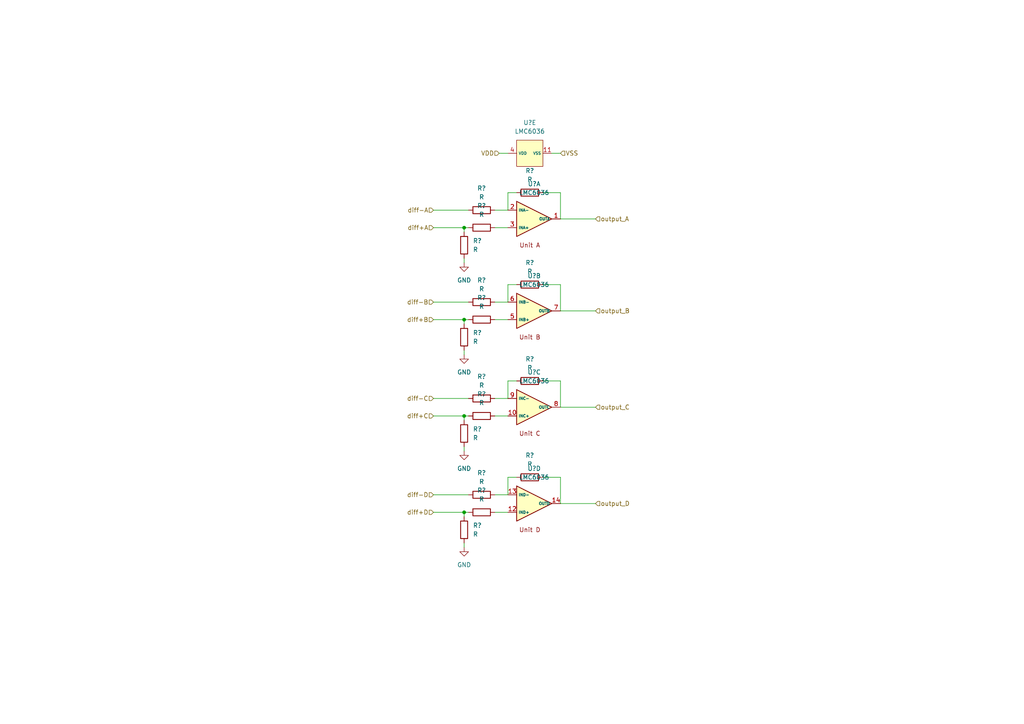
<source format=kicad_sch>
(kicad_sch (version 20210621) (generator eeschema)
  (paper "A4")
  (lib_symbols
    (symbol "Device:R" (pin_numbers hide) (pin_names (offset 0))
      (property "Reference" "R" (at 2.032 0 90))
      (property "Value" "R" (at 0 0 90))
      (symbol "R_0_1"
        (rectangle (start -1.016 -2.54) (end 1.016 2.54) (stroke (width 0.254)))
      )
      (symbol "R_1_1"
        (pin passive line (at 0 3.81 270) (length 1.27) (name "~") (number "1"))
        (pin passive line (at 0 -3.81 90) (length 1.27) (name "~") (number "2"))
      )
    )
    (symbol "LMC6036_custom:LMC6036"
      (property "Reference" "U" (at 1.905 0 0))
      (property "Value" "LMC6036" (at -11.43 0 0))
      (symbol "LMC6036_1_1"
        (text "Unit A" (at 0 -7.62 0) (effects (font (size 1.27 1.27))))
        (polyline (pts (xy -3.81 5.08) (xy 6.35 0) (xy -3.81 -5.08) (xy -3.81 5.08)) (stroke (width 0.254)) (fill (type background)))
        (pin output line (at 8.89 0 180) (length 2.54) (name "OUTA") (number "1"))
        (pin input line (at -6.35 2.54 0) (length 2.54) (name "INA-") (number "2"))
        (pin input line (at -6.35 -2.54 0) (length 2.54) (name "INA+") (number "3"))
      )
      (symbol "LMC6036_2_1"
        (text "Unit B" (at 0 -7.62 0) (effects (font (size 1.27 1.27))))
        (polyline (pts (xy -3.81 5.08) (xy 6.35 0) (xy -3.81 -5.08) (xy -3.81 5.08)) (stroke (width 0.254)) (fill (type background)))
        (pin input line (at -6.35 -2.54 0) (length 2.54) (name "INB+") (number "5"))
        (pin input line (at -6.35 2.54 0) (length 2.54) (name "INB-") (number "6"))
        (pin output line (at 8.89 0 180) (length 2.54) (name "OUTB") (number "7"))
      )
      (symbol "LMC6036_3_1"
        (text "Unit C" (at 0 -7.62 0) (effects (font (size 1.27 1.27))))
        (polyline (pts (xy -3.81 5.08) (xy 6.35 0) (xy -3.81 -5.08) (xy -3.81 5.08)) (stroke (width 0.254)) (fill (type background)))
        (pin input line (at -6.35 -2.54 0) (length 2.54) (name "INC+") (number "10"))
        (pin output line (at 8.89 0 180) (length 2.54) (name "OUTC") (number "8"))
        (pin input line (at -6.35 2.54 0) (length 2.54) (name "INC-") (number "9"))
      )
      (symbol "LMC6036_4_1"
        (text "Unit D" (at 0 -7.62 0) (effects (font (size 1.27 1.27))))
        (polyline (pts (xy -3.81 5.08) (xy 6.35 0) (xy -3.81 -5.08) (xy -3.81 5.08)) (stroke (width 0.254)) (fill (type background)))
        (pin input line (at -6.35 -2.54 0) (length 2.54) (name "IND+") (number "12"))
        (pin input line (at -6.35 2.54 0) (length 2.54) (name "IND-") (number "13"))
        (pin output line (at 8.89 0 180) (length 2.54) (name "OUTD") (number "14"))
      )
      (symbol "LMC6036_5_1"
        (rectangle (start -3.81 3.81) (end 3.81 -3.81) (stroke (width 0.1524)) (fill (type background)))
        (pin power_in line (at 0 -6.35 90) (length 2.54) (name "VSS") (number "11"))
        (pin power_in line (at 0 6.35 270) (length 2.54) (name "VDD") (number "4"))
      )
    )
    (symbol "power:GND" (power) (pin_names (offset 0))
      (property "Value" "GND" (at 0 -3.81 0))
      (symbol "GND_0_1"
        (polyline (pts (xy 0 0) (xy 0 -1.27) (xy 1.27 -1.27) (xy 0 -2.54) (xy -1.27 -1.27) (xy 0 -1.27)))
      )
      (symbol "GND_1_1"
        (pin power_in line (at 0 0 270) (length 0) hide (name "GND") (number "1"))
      )
    )
  )
  (junction (at 134.62 66.04))
  (junction (at 134.62 92.71))
  (junction (at 134.62 120.65))
  (junction (at 134.62 148.59))
  (wire (pts (xy 125.73 60.96) (xy 135.89 60.96)))
  (wire (pts (xy 125.73 66.04) (xy 134.62 66.04)))
  (wire (pts (xy 125.73 87.63) (xy 135.89 87.63)))
  (wire (pts (xy 125.73 92.71) (xy 134.62 92.71)))
  (wire (pts (xy 125.73 115.57) (xy 135.89 115.57)))
  (wire (pts (xy 125.73 120.65) (xy 134.62 120.65)))
  (wire (pts (xy 125.73 143.51) (xy 135.89 143.51)))
  (wire (pts (xy 125.73 148.59) (xy 134.62 148.59)))
  (wire (pts (xy 134.62 66.04) (xy 134.62 67.31)))
  (wire (pts (xy 134.62 66.04) (xy 135.89 66.04)))
  (wire (pts (xy 134.62 74.93) (xy 134.62 76.2)))
  (wire (pts (xy 134.62 92.71) (xy 134.62 93.98)))
  (wire (pts (xy 134.62 92.71) (xy 135.89 92.71)))
  (wire (pts (xy 134.62 101.6) (xy 134.62 102.87)))
  (wire (pts (xy 134.62 120.65) (xy 134.62 121.92)))
  (wire (pts (xy 134.62 120.65) (xy 135.89 120.65)))
  (wire (pts (xy 134.62 129.54) (xy 134.62 130.81)))
  (wire (pts (xy 134.62 148.59) (xy 134.62 149.86)))
  (wire (pts (xy 134.62 148.59) (xy 135.89 148.59)))
  (wire (pts (xy 134.62 157.48) (xy 134.62 158.75)))
  (wire (pts (xy 143.51 60.96) (xy 147.32 60.96)))
  (wire (pts (xy 143.51 66.04) (xy 147.32 66.04)))
  (wire (pts (xy 143.51 87.63) (xy 147.32 87.63)))
  (wire (pts (xy 143.51 92.71) (xy 147.32 92.71)))
  (wire (pts (xy 143.51 115.57) (xy 147.32 115.57)))
  (wire (pts (xy 143.51 120.65) (xy 147.32 120.65)))
  (wire (pts (xy 143.51 143.51) (xy 147.32 143.51)))
  (wire (pts (xy 143.51 148.59) (xy 147.32 148.59)))
  (wire (pts (xy 144.78 44.45) (xy 147.32 44.45)))
  (wire (pts (xy 147.32 55.88) (xy 147.32 60.96)))
  (wire (pts (xy 147.32 82.55) (xy 147.32 87.63)))
  (wire (pts (xy 147.32 110.49) (xy 147.32 115.57)))
  (wire (pts (xy 147.32 138.43) (xy 147.32 143.51)))
  (wire (pts (xy 149.86 55.88) (xy 147.32 55.88)))
  (wire (pts (xy 149.86 82.55) (xy 147.32 82.55)))
  (wire (pts (xy 149.86 110.49) (xy 147.32 110.49)))
  (wire (pts (xy 149.86 138.43) (xy 147.32 138.43)))
  (wire (pts (xy 157.48 55.88) (xy 162.56 55.88)))
  (wire (pts (xy 157.48 82.55) (xy 162.56 82.55)))
  (wire (pts (xy 157.48 110.49) (xy 162.56 110.49)))
  (wire (pts (xy 157.48 138.43) (xy 162.56 138.43)))
  (wire (pts (xy 160.02 44.45) (xy 162.56 44.45)))
  (wire (pts (xy 162.56 55.88) (xy 162.56 63.5)))
  (wire (pts (xy 162.56 63.5) (xy 172.72 63.5)))
  (wire (pts (xy 162.56 82.55) (xy 162.56 90.17)))
  (wire (pts (xy 162.56 90.17) (xy 172.72 90.17)))
  (wire (pts (xy 162.56 110.49) (xy 162.56 118.11)))
  (wire (pts (xy 162.56 118.11) (xy 172.72 118.11)))
  (wire (pts (xy 162.56 138.43) (xy 162.56 146.05)))
  (wire (pts (xy 162.56 146.05) (xy 172.72 146.05)))
  (hierarchical_label "diff-A" (shape input) (at 125.73 60.96 180))
  (hierarchical_label "diff+A" (shape input) (at 125.73 66.04 180))
  (hierarchical_label "diff-B" (shape input) (at 125.73 87.63 180))
  (hierarchical_label "diff+B" (shape input) (at 125.73 92.71 180))
  (hierarchical_label "diff-C" (shape input) (at 125.73 115.57 180))
  (hierarchical_label "diff+C" (shape input) (at 125.73 120.65 180))
  (hierarchical_label "diff-D" (shape input) (at 125.73 143.51 180))
  (hierarchical_label "diff+D" (shape input) (at 125.73 148.59 180))
  (hierarchical_label "VDD" (shape input) (at 144.78 44.45 180))
  (hierarchical_label "VSS" (shape input) (at 162.56 44.45 0))
  (hierarchical_label "output_A" (shape input) (at 172.72 63.5 0))
  (hierarchical_label "output_B" (shape input) (at 172.72 90.17 0))
  (hierarchical_label "output_C" (shape input) (at 172.72 118.11 0))
  (hierarchical_label "output_D" (shape input) (at 172.72 146.05 0))
  (symbol (lib_id "power:GND") (at 134.62 76.2 0) (unit 1)
    (property "Reference" "#PWR?" (effects hide))
    (property "Value" "GND" (at 134.62 81.28 0))
  )
  (symbol (lib_id "power:GND") (at 134.62 102.87 0) (unit 1)
    (property "Reference" "#PWR?" (effects hide))
    (property "Value" "GND" (at 134.62 107.95 0))
  )
  (symbol (lib_id "power:GND") (at 134.62 130.81 0) (unit 1)
    (property "Reference" "#PWR?" (effects hide))
    (property "Value" "GND" (at 134.62 135.89 0))
  )
  (symbol (lib_id "power:GND") (at 134.62 158.75 0) (unit 1)
    (property "Reference" "#PWR?" (effects hide))
    (property "Value" "GND" (at 134.62 163.83 0))
  )
  (symbol (lib_id "Device:R") (at 134.62 71.12 0) (unit 1)
    (property "Reference" "R?" (at 137.16 69.8499 0) (effects (justify left)))
    (property "Value" "R" (at 137.16 72.3899 0) (effects (justify left)))
  )
  (symbol (lib_id "Device:R") (at 134.62 97.79 0) (unit 1)
    (property "Reference" "R?" (at 137.16 96.5199 0) (effects (justify left)))
    (property "Value" "R" (at 137.16 99.0599 0) (effects (justify left)))
  )
  (symbol (lib_id "Device:R") (at 134.62 125.73 0) (unit 1)
    (property "Reference" "R?" (at 137.16 124.4599 0) (effects (justify left)))
    (property "Value" "R" (at 137.16 126.9999 0) (effects (justify left)))
  )
  (symbol (lib_id "Device:R") (at 134.62 153.67 0) (unit 1)
    (property "Reference" "R?" (at 137.16 152.3999 0) (effects (justify left)))
    (property "Value" "R" (at 137.16 154.9399 0) (effects (justify left)))
  )
  (symbol (lib_id "Device:R") (at 139.7 60.96 270) (unit 1)
    (property "Reference" "R?" (at 139.7 54.61 90))
    (property "Value" "R" (at 139.7 57.15 90))
  )
  (symbol (lib_id "Device:R") (at 139.7 66.04 270) (unit 1)
    (property "Reference" "R?" (at 139.7 59.69 90))
    (property "Value" "R" (at 139.7 62.23 90))
  )
  (symbol (lib_id "Device:R") (at 139.7 87.63 270) (unit 1)
    (property "Reference" "R?" (at 139.7 81.28 90))
    (property "Value" "R" (at 139.7 83.82 90))
  )
  (symbol (lib_id "Device:R") (at 139.7 92.71 270) (unit 1)
    (property "Reference" "R?" (at 139.7 86.36 90))
    (property "Value" "R" (at 139.7 88.9 90))
  )
  (symbol (lib_id "Device:R") (at 139.7 115.57 270) (unit 1)
    (property "Reference" "R?" (at 139.7 109.22 90))
    (property "Value" "R" (at 139.7 111.76 90))
  )
  (symbol (lib_id "Device:R") (at 139.7 120.65 270) (unit 1)
    (property "Reference" "R?" (at 139.7 114.3 90))
    (property "Value" "R" (at 139.7 116.84 90))
  )
  (symbol (lib_id "Device:R") (at 139.7 143.51 270) (unit 1)
    (property "Reference" "R?" (at 139.7 137.16 90))
    (property "Value" "R" (at 139.7 139.7 90))
  )
  (symbol (lib_id "Device:R") (at 139.7 148.59 270) (unit 1)
    (property "Reference" "R?" (at 139.7 142.24 90))
    (property "Value" "R" (at 139.7 144.78 90))
  )
  (symbol (lib_id "Device:R") (at 153.67 55.88 270) (unit 1)
    (property "Reference" "R?" (at 153.67 49.53 90))
    (property "Value" "R" (at 153.67 52.07 90))
  )
  (symbol (lib_id "Device:R") (at 153.67 82.55 270) (unit 1)
    (property "Reference" "R?" (at 153.67 76.2 90))
    (property "Value" "R" (at 153.67 78.74 90))
  )
  (symbol (lib_id "Device:R") (at 153.67 110.49 270) (unit 1)
    (property "Reference" "R?" (at 153.67 104.14 90))
    (property "Value" "R" (at 153.67 106.68 90))
  )
  (symbol (lib_id "Device:R") (at 153.67 138.43 270) (unit 1)
    (property "Reference" "R?" (at 153.67 132.08 90))
    (property "Value" "R" (at 153.67 134.62 90))
  )
  (symbol (lib_id "LMC6036_custom:LMC6036") (at 153.67 44.45 90) (unit 5)
    (property "Reference" "U?" (at 153.67 35.56 90))
    (property "Value" "LMC6036" (at 153.67 38.1 90))
    (property "Footprint" "LMC6036:SOP65P640X120-14N" (effects hide))
  )
  (symbol (lib_id "LMC6036_custom:LMC6036") (at 153.67 63.5 0) (unit 1)
    (property "Reference" "U?" (at 154.94 53.34 0))
    (property "Value" "LMC6036" (at 154.94 55.88 0))
    (property "Footprint" "LMC6036:SOP65P640X120-14N" (effects hide))
  )
  (symbol (lib_id "LMC6036_custom:LMC6036") (at 153.67 90.17 0) (unit 2)
    (property "Reference" "U?" (at 154.94 80.01 0))
    (property "Value" "LMC6036" (at 154.94 82.55 0))
    (property "Footprint" "LMC6036:SOP65P640X120-14N" (effects hide))
  )
  (symbol (lib_id "LMC6036_custom:LMC6036") (at 153.67 118.11 0) (unit 3)
    (property "Reference" "U?" (at 154.94 107.95 0))
    (property "Value" "LMC6036" (at 154.94 110.49 0))
    (property "Footprint" "LMC6036:SOP65P640X120-14N" (effects hide))
  )
  (symbol (lib_id "LMC6036_custom:LMC6036") (at 153.67 146.05 0) (unit 4)
    (property "Reference" "U?" (at 154.94 135.89 0))
    (property "Value" "LMC6036" (at 154.94 138.43 0))
    (property "Footprint" "LMC6036:SOP65P640X120-14N" (effects hide))
  )
)
</source>
